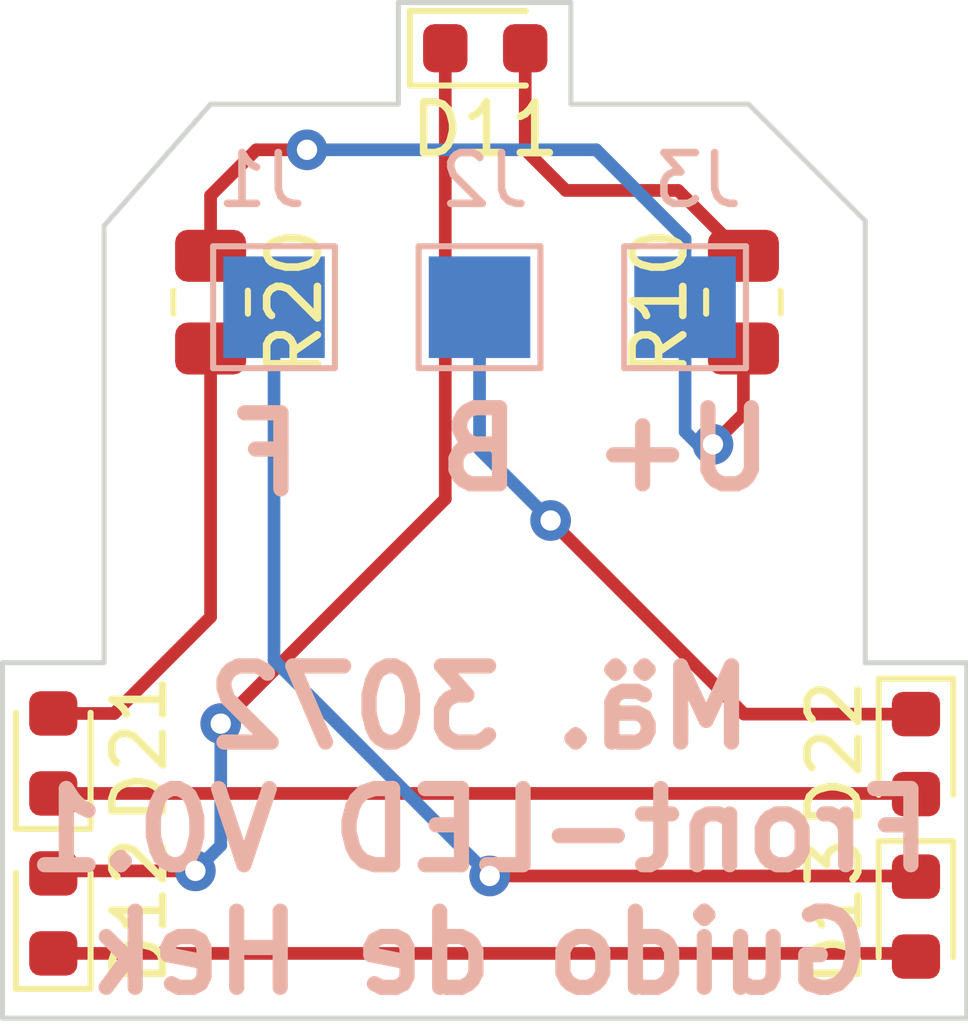
<source format=kicad_pcb>
(kicad_pcb (version 20211014) (generator pcbnew)
  (title_block (title "Front LED PCB for Märklin V100 (art. no. 3072).") (date "2021-12-30") (rev "0.1") (comment 1 "Guido de Hek"))
  (layers (0 "F.Cu" signal) (31 "B.Cu" signal) (34 "B.Paste" user) (35 "F.Paste" user) (36 "B.SilkS" user "B.Silkscreen") (37 "F.SilkS" user "F.Silkscreen") (38 "B.Mask" user) (39 "F.Mask" user) (44 "Edge.Cuts" user))
  (net 0 "")
  (net 1 "Net-(D11-Pad1)")
  (net 2 "Net-(D11-Pad2)")
  (net 3 "Net-(D12-Pad1)")
  (net 4 "/U+")
  (net 5 "Net-(D21-Pad1)")
  (net 6 "Net-(D21-Pad2)")
  (net 7 "/FrontLight")
  (net 8 "/BackLight")
  (footprint "Resistor_SMD:R_0805_2012Metric" (layer "F.Cu") (at 98.64 66.1575 -90)
    (fp_text reference "R20" (at 0 -1.65 90) (layer "F.SilkS"))
    (fp_text value "5K6")
    (fp_line (start -0.227064 -0.735) (end 0.227064 -0.735) (layer "F.SilkS") (width 0.12))
    (fp_line (start -0.227064 0.735) (end 0.227064 0.735) (layer "F.SilkS") (width 0.12))
    (pad "1" smd roundrect locked (at -0.9125 0 270) (size 1.025 1.4) (layers "F.Cu" "F.Paste" "F.Mask") (roundrect_rratio 0.243902) (net 4 "/U+"))
    (pad "2" smd roundrect locked (at 0.9125 0 270) (size 1.025 1.4) (layers "F.Cu" "F.Paste" "F.Mask") (roundrect_rratio 0.243902) (net 6 "Net-(D21-Pad2)"))
  )
  (footprint "LED_SMD:LED_0603_1608Metric" (layer "F.Cu") (at 104.0525 61.1575)
    (fp_text reference "D11" (at 0 1.6) (layer "F.SilkS"))
    (fp_text value "WH")
    (fp_line (start -1.485 0.735) (end 0.8 0.735) (layer "F.SilkS") (width 0.12))
    (fp_line (start 0.8 -0.735) (end -1.485 -0.735) (layer "F.SilkS") (width 0.12))
    (fp_line (start -1.485 -0.735) (end -1.485 0.735) (layer "F.SilkS") (width 0.12))
    (pad "1" smd roundrect locked (at -0.7875 0) (size 0.875 0.95) (layers "F.Cu" "F.Paste" "F.Mask") (net 1 "Net-(D11-Pad1)"))
    (pad "2" smd roundrect locked (at 0.7875 0) (size 0.875 0.95) (layers "F.Cu" "F.Paste" "F.Mask") (net 2 "Net-(D11-Pad2)"))
  )
  (footprint "LED_SMD:LED_0603_1608Metric" (layer "F.Cu") (at 95.54 75.045 90)
    (fp_text reference "D21" (at 0.0875 1.7 90) (layer "F.SilkS"))
    (fp_text value "RD")
    (fp_line (start 0.8 -0.735) (end -1.485 -0.735) (layer "F.SilkS") (width 0.12))
    (fp_line (start -1.485 -0.735) (end -1.485 0.735) (layer "F.SilkS") (width 0.12))
    (fp_line (start -1.485 0.735) (end 0.8 0.735) (layer "F.SilkS") (width 0.12))
    (pad "1" smd roundrect locked (at -0.7875 0 90) (size 0.875 0.95) (layers "F.Cu" "F.Paste" "F.Mask") (net 5 "Net-(D21-Pad1)"))
    (pad "2" smd roundrect locked (at 0.7875 0 90) (size 0.875 0.95) (layers "F.Cu" "F.Paste" "F.Mask") (net 6 "Net-(D21-Pad2)"))
  )
  (footprint "LED_SMD:LED_0603_1608Metric" (layer "F.Cu") (at 112.54 75.0575 -90)
    (fp_text reference "D22" (at 0 1.6 -90) (layer "F.SilkS"))
    (fp_text value "RD")
    (fp_line (start -1.485 -0.735) (end -1.485 0.735) (layer "F.SilkS") (width 0.12))
    (fp_line (start -1.485 0.735) (end 0.8 0.735) (layer "F.SilkS") (width 0.12))
    (fp_line (start 0.8 -0.735) (end -1.485 -0.735) (layer "F.SilkS") (width 0.12))
    (pad "1" smd roundrect locked (at -0.7875 0 270) (size 0.875 0.95) (layers "F.Cu" "F.Paste" "F.Mask") (net 8 "/BackLight"))
    (pad "2" smd roundrect locked (at 0.7875 0 270) (size 0.875 0.95) (layers "F.Cu" "F.Paste" "F.Mask") (net 5 "Net-(D21-Pad1)"))
  )
  (footprint "LED_SMD:LED_0603_1608Metric" (layer "F.Cu") (at 95.54 78.195 90)
    (fp_text reference "D12" (at 0.0375 1.7 90) (layer "F.SilkS"))
    (fp_text value "WH")
    (fp_line (start -1.485 -0.735) (end -1.485 0.735) (layer "F.SilkS") (width 0.12))
    (fp_line (start 0.8 -0.735) (end -1.485 -0.735) (layer "F.SilkS") (width 0.12))
    (fp_line (start -1.485 0.735) (end 0.8 0.735) (layer "F.SilkS") (width 0.12))
    (pad "1" smd roundrect locked (at -0.7875 0 90) (size 0.875 0.95) (layers "F.Cu" "F.Paste" "F.Mask") (net 3 "Net-(D12-Pad1)"))
    (pad "2" smd roundrect locked (at 0.7875 0 90) (size 0.875 0.95) (layers "F.Cu" "F.Paste" "F.Mask") (net 1 "Net-(D11-Pad1)"))
  )
  (footprint "LED_SMD:LED_0603_1608Metric" (layer "F.Cu") (at 112.54 78.2575 -90)
    (fp_text reference "D13" (at -0.1 1.6 -90) (layer "F.SilkS"))
    (fp_text value "WH")
    (fp_line (start -1.485 -0.735) (end -1.485 0.735) (layer "F.SilkS") (width 0.12))
    (fp_line (start 0.8 -0.735) (end -1.485 -0.735) (layer "F.SilkS") (width 0.12))
    (fp_line (start -1.485 0.735) (end 0.8 0.735) (layer "F.SilkS") (width 0.12))
    (pad "1" smd roundrect locked (at -0.7875 0 270) (size 0.875 0.95) (layers "F.Cu" "F.Paste" "F.Mask") (net 7 "/FrontLight"))
    (pad "2" smd roundrect locked (at 0.7875 0 270) (size 0.875 0.95) (layers "F.Cu" "F.Paste" "F.Mask") (net 3 "Net-(D12-Pad1)"))
  )
  (footprint "Resistor_SMD:R_0805_2012Metric" (layer "F.Cu") (at 109.14 66.1575 90)
    (fp_text reference "R10" (at 0 -1.65 90) (layer "F.SilkS"))
    (fp_text value "3K6")
    (fp_line (start -0.227064 -0.735) (end 0.227064 -0.735) (layer "F.SilkS") (width 0.12))
    (fp_line (start -0.227064 0.735) (end 0.227064 0.735) (layer "F.SilkS") (width 0.12))
    (pad "1" smd roundrect locked (at -0.9125 0 90) (size 1.025 1.4) (layers "F.Cu" "F.Paste" "F.Mask") (roundrect_rratio 0.243902) (net 4 "/U+"))
    (pad "2" smd roundrect locked (at 0.9125 0 90) (size 1.025 1.4) (layers "F.Cu" "F.Paste" "F.Mask") (roundrect_rratio 0.243902) (net 2 "Net-(D11-Pad2)"))
  )
  (footprint "TestPoint:TestPoint_Pad_2.0x2.0mm" (layer "B.Cu") (at 99.89 66.2575 180)
    (fp_text reference "J1" (at 0.25 2.5) (layer "B.SilkS") (effects (justify mirror)))
    (fp_text value "1")
    (fp_line (start -1.2 1.2) (end 1.2 1.2) (layer "B.SilkS") (width 0.12))
    (fp_line (start 1.2 -1.2) (end -1.2 -1.2) (layer "B.SilkS") (width 0.12))
    (fp_line (start -1.2 -1.2) (end -1.2 1.2) (layer "B.SilkS") (width 0.12))
    (fp_line (start 1.2 1.2) (end 1.2 -1.2) (layer "B.SilkS") (width 0.12))
    (pad "1" smd rect locked (at 0 0 180) (size 2 2) (layers "B.Cu" "B.Mask") (net 7 "/FrontLight"))
  )
  (footprint "TestPoint:TestPoint_Pad_2.0x2.0mm" (layer "B.Cu") (at 107.99 66.2575 180)
    (fp_text reference "J3" (at -0.25 2.5) (layer "B.SilkS") (effects (justify mirror)))
    (fp_text value "3")
    (fp_line (start -1.2 1.2) (end 1.2 1.2) (layer "B.SilkS") (width 0.12))
    (fp_line (start 1.2 1.2) (end 1.2 -1.2) (layer "B.SilkS") (width 0.12))
    (fp_line (start -1.2 -1.2) (end -1.2 1.2) (layer "B.SilkS") (width 0.12))
    (fp_line (start 1.2 -1.2) (end -1.2 -1.2) (layer "B.SilkS") (width 0.12))
    (pad "1" smd rect locked (at 0 0 180) (size 2 2) (layers "B.Cu" "B.Mask") (net 4 "/U+"))
  )
  (footprint "TestPoint:TestPoint_Pad_2.0x2.0mm" (layer "B.Cu") (at 103.94 66.2575 180)
    (fp_text reference "J2" (at -0.1 2.5) (layer "B.SilkS") (effects (justify mirror)))
    (fp_text value "2")
    (fp_line (start -1.2 -1.2) (end -1.2 1.2) (layer "B.SilkS") (width 0.12))
    (fp_line (start -1.2 1.2) (end 1.2 1.2) (layer "B.SilkS") (width 0.12))
    (fp_line (start 1.2 -1.2) (end -1.2 -1.2) (layer "B.SilkS") (width 0.12))
    (fp_line (start 1.2 1.2) (end 1.2 -1.2) (layer "B.SilkS") (width 0.12))
    (pad "1" smd rect locked (at 0 0 180) (size 2 2) (layers "B.Cu" "B.Mask") (net 8 "/BackLight"))
  )
  (gr_line (start 113.54 73.2575) (end 111.54 73.2575) (layer "Edge.Cuts") (width 0.1))
  (gr_line (start 111.54 64.5575) (end 111.54 73.2575) (layer "Edge.Cuts") (width 0.1))
  (gr_line (start 105.74 62.2575) (end 109.24 62.2575) (layer "Edge.Cuts") (width 0.1))
  (gr_line (start 102.34 62.2575) (end 102.34 60.2575) (layer "Edge.Cuts") (width 0.1))
  (gr_line (start 102.34 62.2575) (end 98.64 62.2575) (layer "Edge.Cuts") (width 0.1))
  (gr_line (start 105.74 60.2575) (end 105.74 62.2575) (layer "Edge.Cuts") (width 0.1))
  (gr_line (start 96.54 64.6575) (end 96.54 73.2575) (layer "Edge.Cuts") (width 0.1))
  (gr_line (start 94.54 80.2575) (end 113.54 80.2575) (layer "Edge.Cuts") (width 0.1))
  (gr_line (start 94.54 73.2575) (end 96.54 73.2575) (layer "Edge.Cuts") (width 0.1))
  (gr_line (start 113.54 80.2575) (end 113.54 73.2575) (layer "Edge.Cuts") (width 0.1))
  (gr_line (start 94.54 80.2575) (end 94.54 73.2575) (layer "Edge.Cuts") (width 0.1))
  (gr_line (start 102.34 60.2575) (end 105.74 60.2575) (layer "Edge.Cuts") (width 0.1))
  (gr_line (start 109.24 62.2575) (end 111.54 64.5575) (layer "Edge.Cuts") (width 0.1))
  (gr_line (start 98.64 62.2575) (end 96.54 64.6575) (layer "Edge.Cuts") (width 0.1))
  (gr_text "B\n" (at 103.94 69.0575) (layer "B.SilkS") (effects (font (size 1.5 1.5) (thickness 0.3)) (justify mirror)))
  (gr_text "Mä. 3072\nFront-LED V0.1\nGuido de Hek\n" (at 103.94 76.5575) (layer "B.SilkS") (effects (font (size 1.5 1.5) (thickness 0.3)) (justify mirror)))
  (gr_text "U+" (at 107.94 69.0575) (layer "B.SilkS") (effects (font (size 1.5 1.5) (thickness 0.3)) (justify mirror)))
  (gr_text "F" (at 99.74 69.1575) (layer "B.SilkS") (effects (font (size 1.5 1.5) (thickness 0.3)) (justify mirror)))
  (segment (start 95.59 77.3575) (end 95.54 77.4075) (width 0.25) (layer "F.Cu") (net 1))
  (segment (start 98.34 77.3575) (end 95.59 77.3575) (width 0.25) (layer "F.Cu") (net 1))
  (segment (start 103.265 70.0325) (end 98.84 74.4575) (width 0.25) (layer "F.Cu") (net 1))
  (segment (start 103.265 61.1575) (end 103.265 70.0325) (width 0.25) (layer "F.Cu") (net 1))
  (via (at 98.84 74.4575) (size 0.8) (drill 0.4) (layers "F.Cu" "B.Cu") (net 1))
  (via (at 98.34 77.3575) (size 0.8) (drill 0.4) (layers "F.Cu" "B.Cu") (net 1))
  (segment (start 98.84 76.8575) (end 98.34 77.3575) (width 0.25) (layer "B.Cu") (net 1))
  (segment (start 98.84 74.4575) (end 98.84 76.8575) (width 0.25) (layer "B.Cu") (net 1))
  (segment (start 107.8525 63.9575) (end 105.64 63.9575) (width 0.25) (layer "F.Cu") (net 2))
  (segment (start 105.64 63.9575) (end 104.84 63.1575) (width 0.25) (layer "F.Cu") (net 2))
  (segment (start 104.84 63.1575) (end 104.84 61.1575) (width 0.25) (layer "F.Cu") (net 2))
  (segment (start 109.14 65.245) (end 107.8525 63.9575) (width 0.25) (layer "F.Cu") (net 2))
  (segment (start 95.54 78.9825) (end 112.4775 78.9825) (width 0.25) (layer "F.Cu") (net 3))
  (segment (start 112.4775 78.9825) (end 112.54 79.045) (width 0.25) (layer "F.Cu") (net 3))
  (segment (start 109.14 68.3575) (end 108.54 68.9575) (width 0.25) (layer "F.Cu") (net 4))
  (segment (start 99.54 63.1575) (end 98.64 64.0575) (width 0.25) (layer "F.Cu") (net 4))
  (segment (start 98.64 64.0575) (end 98.64 65.245) (width 0.25) (layer "F.Cu") (net 4))
  (segment (start 100.54 63.1575) (end 99.54 63.1575) (width 0.25) (layer "F.Cu") (net 4))
  (segment (start 109.14 67.07) (end 109.14 68.3575) (width 0.25) (layer "F.Cu") (net 4))
  (via (at 100.54 63.1575) (size 0.8) (drill 0.4) (layers "F.Cu" "B.Cu") (net 4))
  (via (at 108.54 68.9575) (size 0.8) (drill 0.4) (layers "F.Cu" "B.Cu") (net 4))
  (segment (start 107.99 64.9075) (end 106.24 63.1575) (width 0.25) (layer "B.Cu") (net 4))
  (segment (start 107.99 66.2575) (end 107.99 64.9075) (width 0.25) (layer "B.Cu") (net 4))
  (segment (start 107.99 66.2575) (end 107.99 68.7075) (width 0.25) (layer "B.Cu") (net 4))
  (segment (start 108.24 68.9575) (end 108.54 68.9575) (width 0.25) (layer "B.Cu") (net 4))
  (segment (start 106.24 63.1575) (end 100.54 63.1575) (width 0.25) (layer "B.Cu") (net 4))
  (segment (start 107.99 68.7075) (end 108.24 68.9575) (width 0.25) (layer "B.Cu") (net 4))
  (segment (start 95.54 75.8325) (end 112.5275 75.8325) (width 0.25) (layer "F.Cu") (net 5))
  (segment (start 112.5275 75.8325) (end 112.54 75.845) (width 0.25) (layer "F.Cu") (net 5))
  (segment (start 98.64 67.07) (end 98.64 72.3575) (width 0.25) (layer "F.Cu") (net 6))
  (segment (start 96.74 74.2575) (end 95.54 74.2575) (width 0.25) (layer "F.Cu") (net 6))
  (segment (start 98.64 72.3575) (end 96.74 74.2575) (width 0.25) (layer "F.Cu") (net 6))
  (segment (start 104.14 77.4575) (end 112.5275 77.4575) (width 0.25) (layer "F.Cu") (net 7))
  (segment (start 112.5275 77.4575) (end 112.54 77.47) (width 0.25) (layer "F.Cu") (net 7))
  (via (at 104.14 77.4575) (size 0.8) (drill 0.4) (layers "F.Cu" "B.Cu") (net 7))
  (segment (start 99.89 73.2075) (end 104.14 77.4575) (width 0.25) (layer "B.Cu") (net 7))
  (segment (start 99.89 66.2575) (end 99.89 73.2075) (width 0.25) (layer "B.Cu") (net 7))
  (segment (start 105.34 70.4575) (end 109.1525 74.27) (width 0.25) (layer "F.Cu") (net 8))
  (segment (start 109.1525 74.27) (end 112.54 74.27) (width 0.25) (layer "F.Cu") (net 8))
  (via (at 105.34 70.4575) (size 0.8) (drill 0.4) (layers "F.Cu" "B.Cu") (net 8))
  (segment (start 103.94 66.2575) (end 103.94 69.0575) (width 0.25) (layer "B.Cu") (net 8))
  (segment (start 103.94 69.0575) (end 105.34 70.4575) (width 0.25) (layer "B.Cu") (net 8))
)
</source>
